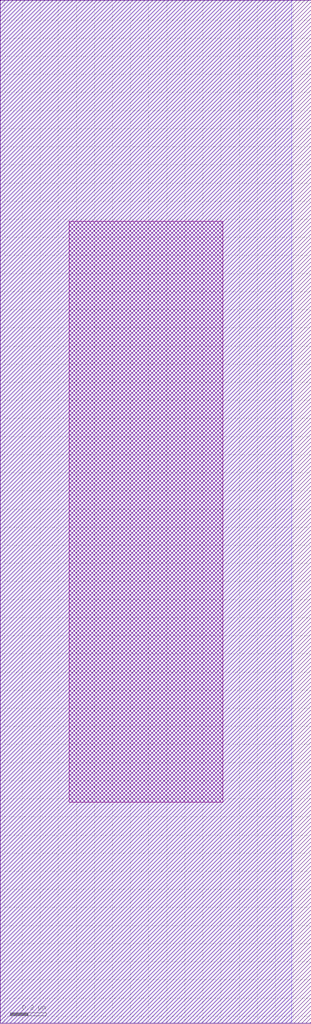
<source format=lef>
VERSION 5.7 ;
  NOWIREEXTENSIONATPIN ON ;
  DIVIDERCHAR "/" ;
  BUSBITCHARS "[]" ;
UNITS
  DATABASE MICRONS 200 ;
END UNITS

LAYER via2
  TYPE CUT ;
END via2

LAYER via
  TYPE CUT ;
END via

LAYER nwell
  TYPE MASTERSLICE ;
END nwell

LAYER via3
  TYPE CUT ;
END via3

LAYER pwell
  TYPE MASTERSLICE ;
END pwell

LAYER via4
  TYPE CUT ;
END via4

LAYER mcon
  TYPE CUT ;
END mcon

LAYER met6
  TYPE ROUTING ;
  WIDTH 0.030000 ;
  SPACING 0.040000 ;
  DIRECTION HORIZONTAL ;
END met6

LAYER met1
  TYPE ROUTING ;
  WIDTH 0.140000 ;
  SPACING 0.140000 ;
  DIRECTION HORIZONTAL ;
END met1

LAYER met3
  TYPE ROUTING ;
  WIDTH 0.300000 ;
  SPACING 0.300000 ;
  DIRECTION HORIZONTAL ;
END met3

LAYER met2
  TYPE ROUTING ;
  WIDTH 0.140000 ;
  SPACING 0.140000 ;
  DIRECTION HORIZONTAL ;
END met2

LAYER met4
  TYPE ROUTING ;
  WIDTH 0.300000 ;
  SPACING 0.300000 ;
  DIRECTION HORIZONTAL ;
END met4

LAYER met5
  TYPE ROUTING ;
  WIDTH 1.600000 ;
  SPACING 1.600000 ;
  DIRECTION HORIZONTAL ;
END met5

LAYER li1
  TYPE ROUTING ;
  WIDTH 0.170000 ;
  SPACING 0.170000 ;
  DIRECTION HORIZONTAL ;
END li1

MACRO sky130_hilas_DAC6TransistorStack01
  CLASS BLOCK ;
  FOREIGN sky130_hilas_DAC6TransistorStack01 ;
  ORIGIN -0.280 1.740 ;
  SIZE 1.720 BY 5.650 ;
  OBS
      LAYER nwell ;
        RECT 0.280 -1.740 1.890 3.910 ;
      LAYER li1 ;
        RECT 0.660 -0.520 1.510 2.690 ;
  END
END sky130_hilas_DAC6TransistorStack01
END LIBRARY


</source>
